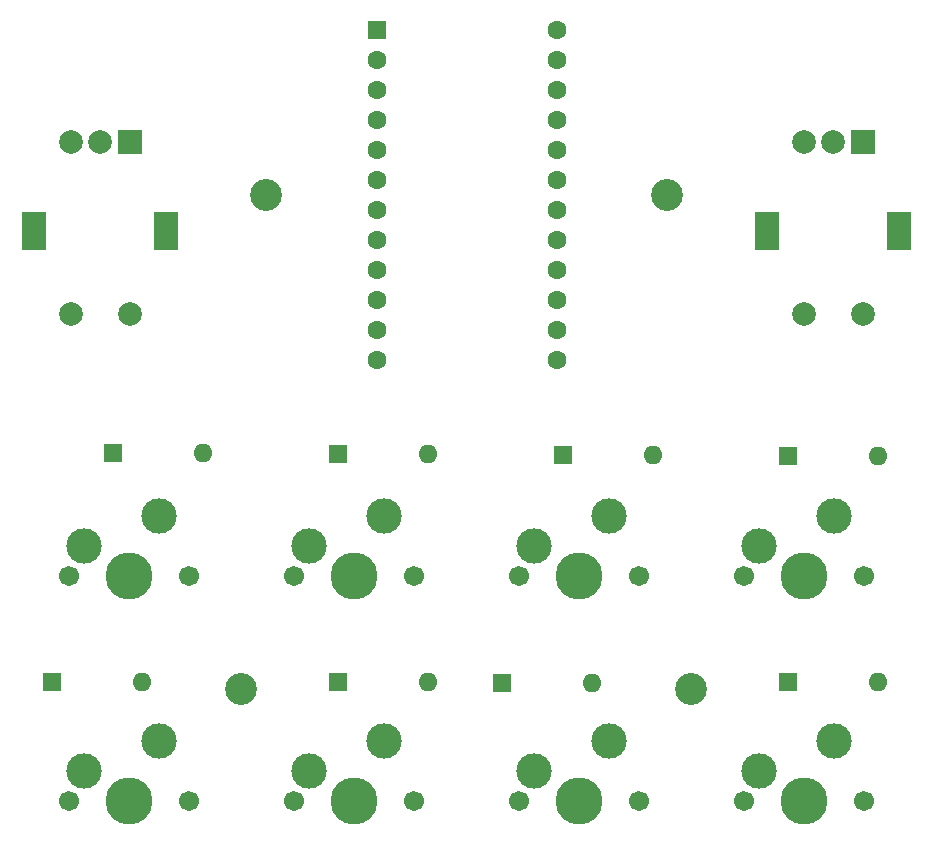
<source format=gts>
%TF.GenerationSoftware,KiCad,Pcbnew,(6.0.8)*%
%TF.CreationDate,2023-10-01T17:03:22+02:00*%
%TF.ProjectId,macropad,6d616372-6f70-4616-942e-6b696361645f,rev?*%
%TF.SameCoordinates,Original*%
%TF.FileFunction,Soldermask,Top*%
%TF.FilePolarity,Negative*%
%FSLAX46Y46*%
G04 Gerber Fmt 4.6, Leading zero omitted, Abs format (unit mm)*
G04 Created by KiCad (PCBNEW (6.0.8)) date 2023-10-01 17:03:22*
%MOMM*%
%LPD*%
G01*
G04 APERTURE LIST*
%ADD10R,2.000000X2.000000*%
%ADD11C,2.000000*%
%ADD12R,2.000000X3.200000*%
%ADD13C,1.701800*%
%ADD14C,3.987800*%
%ADD15C,3.000000*%
%ADD16C,2.700000*%
%ADD17R,1.600000X1.600000*%
%ADD18C,1.600000*%
%ADD19O,1.600000X1.600000*%
G04 APERTURE END LIST*
D10*
%TO.C,SW10*%
X177840000Y-66080000D03*
D11*
X172840000Y-66080000D03*
X175340000Y-66080000D03*
D12*
X180940000Y-73580000D03*
X169740000Y-73580000D03*
D11*
X172840000Y-80580000D03*
X177840000Y-80580000D03*
%TD*%
D13*
%TO.C,SW2*%
X110620000Y-102830000D03*
D14*
X115700000Y-102830000D03*
D13*
X120780000Y-102830000D03*
D15*
X118240000Y-97750000D03*
X111890000Y-100290000D03*
%TD*%
%TO.C,SW3*%
X137290000Y-97750000D03*
D13*
X129670000Y-102830000D03*
X139830000Y-102830000D03*
D14*
X134750000Y-102830000D03*
D15*
X130940000Y-100290000D03*
%TD*%
%TO.C,SW8*%
X149980000Y-119340000D03*
D13*
X158870000Y-121880000D03*
D14*
X153790000Y-121880000D03*
D13*
X148710000Y-121880000D03*
D15*
X156330000Y-116800000D03*
%TD*%
D16*
%TO.C,H3*%
X163310000Y-112350000D03*
%TD*%
%TO.C,H4*%
X125240000Y-112340000D03*
%TD*%
D10*
%TO.C,SW1*%
X115780000Y-66080000D03*
D11*
X110780000Y-66080000D03*
X113280000Y-66080000D03*
D12*
X118880000Y-73580000D03*
X107680000Y-73580000D03*
D11*
X110780000Y-80580000D03*
X115780000Y-80580000D03*
%TD*%
D15*
%TO.C,SW6*%
X118240000Y-116750000D03*
D13*
X120780000Y-121830000D03*
X110620000Y-121830000D03*
D15*
X111890000Y-119290000D03*
D14*
X115700000Y-121830000D03*
%TD*%
D17*
%TO.C,U1*%
X136690000Y-56550000D03*
D18*
X136690000Y-59090000D03*
X136690000Y-61630000D03*
X136690000Y-64170000D03*
X136690000Y-66710000D03*
X136690000Y-69250000D03*
X136690000Y-71790000D03*
X136690000Y-74330000D03*
X136690000Y-76870000D03*
X136690000Y-79410000D03*
X136690000Y-81950000D03*
X136690000Y-84490000D03*
X151930000Y-84490000D03*
X151930000Y-81950000D03*
X151930000Y-79410000D03*
X151930000Y-76870000D03*
X151930000Y-74330000D03*
X151930000Y-71790000D03*
X151930000Y-69250000D03*
X151930000Y-66710000D03*
X151930000Y-64170000D03*
X151930000Y-61630000D03*
X151930000Y-59090000D03*
X151930000Y-56550000D03*
%TD*%
D14*
%TO.C,SW9*%
X172840000Y-121880000D03*
D15*
X169030000Y-119340000D03*
D13*
X167760000Y-121880000D03*
X177920000Y-121880000D03*
D15*
X175380000Y-116800000D03*
%TD*%
D13*
%TO.C,SW4*%
X158870000Y-102830000D03*
D15*
X149980000Y-100290000D03*
X156330000Y-97750000D03*
D14*
X153790000Y-102830000D03*
D13*
X148710000Y-102830000D03*
%TD*%
D15*
%TO.C,SW7*%
X137290000Y-116800000D03*
D13*
X139830000Y-121880000D03*
X129670000Y-121880000D03*
D14*
X134750000Y-121880000D03*
D15*
X130940000Y-119340000D03*
%TD*%
D16*
%TO.C,H2*%
X161310000Y-70510000D03*
%TD*%
%TO.C,H1*%
X127310000Y-70520000D03*
%TD*%
D13*
%TO.C,SW5*%
X167760000Y-102830000D03*
D15*
X169030000Y-100290000D03*
X175380000Y-97750000D03*
D13*
X177920000Y-102830000D03*
D14*
X172840000Y-102830000D03*
%TD*%
D17*
%TO.C,D8*%
X171510000Y-111750000D03*
D19*
X179130000Y-111750000D03*
%TD*%
D17*
%TO.C,D2*%
X133420000Y-92440000D03*
D19*
X141040000Y-92440000D03*
%TD*%
D17*
%TO.C,D5*%
X109200000Y-111750000D03*
D19*
X116820000Y-111750000D03*
%TD*%
D17*
%TO.C,D4*%
X171520000Y-92610000D03*
D19*
X179140000Y-92610000D03*
%TD*%
D17*
%TO.C,D3*%
X152470000Y-92590000D03*
D19*
X160090000Y-92590000D03*
%TD*%
D17*
%TO.C,D7*%
X147310000Y-111830000D03*
D19*
X154930000Y-111830000D03*
%TD*%
D17*
%TO.C,D6*%
X133430000Y-111740000D03*
D19*
X141050000Y-111740000D03*
%TD*%
D17*
%TO.C,D1*%
X114370000Y-92420000D03*
D19*
X121990000Y-92420000D03*
%TD*%
M02*

</source>
